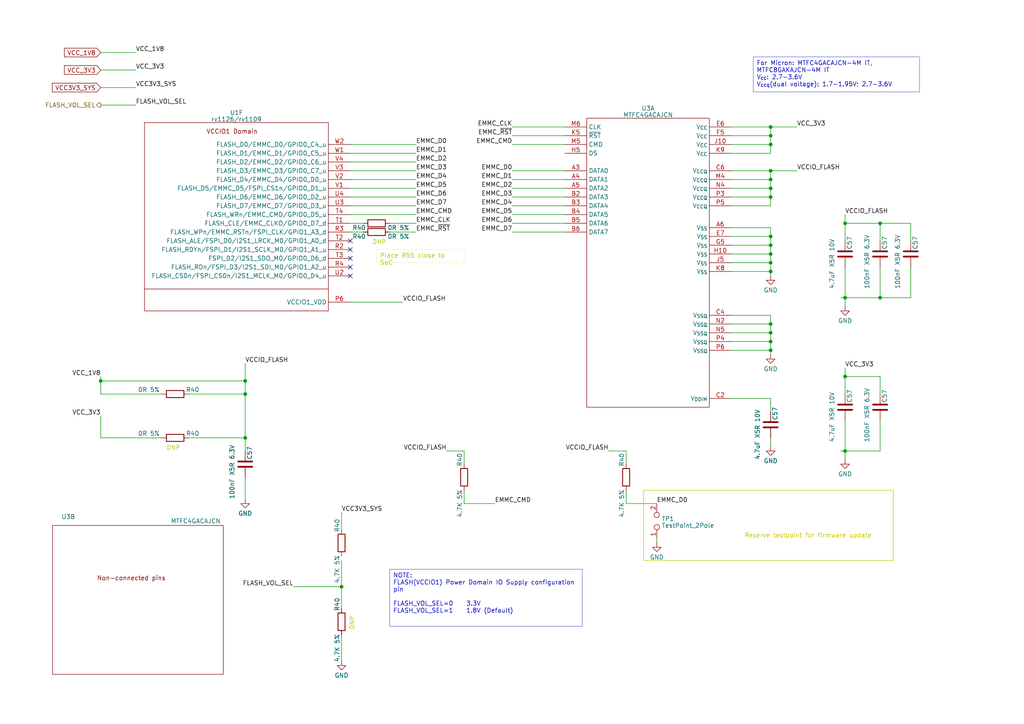
<source format=kicad_sch>
(kicad_sch (version 20230121) (generator eeschema)
  (paper "A4")
  (title_block (title "Leaf RV1126 RK809 eMMC") (date "2023-02-25") (rev "1") (company "Qingdao IotPi Information Technology"))
  (junction (at 223.52 52.07))
  (junction (at 245.11 64.77))
  (junction (at 223.52 68.58))
  (junction (at 99.06 170.18))
  (junction (at 71.12 110.49))
  (junction (at 223.52 41.91))
  (junction (at 71.12 127))
  (junction (at 223.52 49.53))
  (junction (at 223.52 57.15))
  (junction (at 223.52 36.83))
  (junction (at 245.11 86.36))
  (junction (at 223.52 99.06))
  (junction (at 223.52 93.98))
  (junction (at 223.52 101.6))
  (junction (at 29.21 110.49))
  (junction (at 223.52 54.61))
  (junction (at 245.11 109.22))
  (junction (at 223.52 96.52))
  (junction (at 223.52 71.12))
  (junction (at 223.52 73.66))
  (junction (at 223.52 78.74))
  (junction (at 71.12 114.3))
  (junction (at 223.52 76.2))
  (junction (at 245.11 130.81))
  (junction (at 255.27 86.36))
  (junction (at 223.52 39.37))
  (junction (at 255.27 64.77))
  (no_connect (at 101.6 74.93))
  (no_connect (at 101.6 77.47))
  (no_connect (at 101.6 72.39))
  (no_connect (at 101.6 69.85))
  (no_connect (at 101.6 80.01))
  (wire (pts (xy 134.62 130.81) (xy 134.62 134.62)))
  (wire (pts (xy 181.61 130.81) (xy 181.61 134.62)))
  (wire (pts (xy 163.83 41.91) (xy 148.59 41.91)))
  (wire (pts (xy 29.21 127) (xy 46.99 127)))
  (wire (pts (xy 223.52 91.44) (xy 223.52 93.98)))
  (wire (pts (xy 243.84 86.36) (xy 245.11 86.36)))
  (wire (pts (xy 212.09 59.69) (xy 223.52 59.69)))
  (wire (pts (xy 71.12 105.41) (xy 71.12 110.49)))
  (wire (pts (xy 255.27 77.47) (xy 255.27 86.36)))
  (wire (pts (xy 163.83 36.83) (xy 148.59 36.83)))
  (wire (pts (xy 101.6 49.53) (xy 120.65 49.53)))
  (wire (pts (xy 223.52 68.58) (xy 223.52 71.12)))
  (wire (pts (xy 212.09 57.15) (xy 223.52 57.15)))
  (wire (pts (xy 29.21 110.49) (xy 29.21 114.3)))
  (wire (pts (xy 212.09 93.98) (xy 223.52 93.98)))
  (wire (pts (xy 212.09 66.04) (xy 223.52 66.04)))
  (wire (pts (xy 29.21 30.48) (xy 39.37 30.48)))
  (wire (pts (xy 71.12 110.49) (xy 71.12 114.3)))
  (wire (pts (xy 223.52 115.57) (xy 223.52 119.38)))
  (wire (pts (xy 101.6 46.99) (xy 120.65 46.99)))
  (wire (pts (xy 245.11 109.22) (xy 245.11 114.3)))
  (wire (pts (xy 101.6 57.15) (xy 120.65 57.15)))
  (wire (pts (xy 212.09 78.74) (xy 223.52 78.74)))
  (wire (pts (xy 223.52 73.66) (xy 223.52 76.2)))
  (wire (pts (xy 223.52 76.2) (xy 223.52 78.74)))
  (wire (pts (xy 223.52 57.15) (xy 223.52 54.61)))
  (wire (pts (xy 163.83 59.69) (xy 148.59 59.69)))
  (wire (pts (xy 163.83 64.77) (xy 148.59 64.77)))
  (wire (pts (xy 113.03 64.77) (xy 120.65 64.77)))
  (wire (pts (xy 71.12 138.43) (xy 71.12 144.78)))
  (wire (pts (xy 134.62 142.24) (xy 134.62 146.05)))
  (wire (pts (xy 29.21 109.22) (xy 29.21 110.49)))
  (wire (pts (xy 29.21 15.24) (xy 39.37 15.24)))
  (wire (pts (xy 264.16 69.85) (xy 264.16 64.77)))
  (wire (pts (xy 212.09 54.61) (xy 223.52 54.61)))
  (wire (pts (xy 264.16 86.36) (xy 255.27 86.36)))
  (wire (pts (xy 29.21 120.65) (xy 29.21 127)))
  (wire (pts (xy 245.11 62.23) (xy 245.11 64.77)))
  (wire (pts (xy 163.83 39.37) (xy 148.59 39.37)))
  (wire (pts (xy 29.21 114.3) (xy 46.99 114.3)))
  (wire (pts (xy 29.21 20.32) (xy 39.37 20.32)))
  (wire (pts (xy 245.11 121.92) (xy 245.11 130.81)))
  (wire (pts (xy 223.52 101.6) (xy 223.52 102.87)))
  (wire (pts (xy 212.09 44.45) (xy 223.52 44.45)))
  (wire (pts (xy 212.09 73.66) (xy 223.52 73.66)))
  (wire (pts (xy 101.6 67.31) (xy 105.41 67.31)))
  (wire (pts (xy 264.16 77.47) (xy 264.16 86.36)))
  (wire (pts (xy 181.61 146.05) (xy 190.5 146.05)))
  (wire (pts (xy 255.27 64.77) (xy 255.27 69.85)))
  (wire (pts (xy 223.52 127) (xy 223.52 129.54)))
  (wire (pts (xy 212.09 71.12) (xy 223.52 71.12)))
  (wire (pts (xy 223.52 99.06) (xy 223.52 101.6)))
  (wire (pts (xy 223.52 36.83) (xy 231.14 36.83)))
  (wire (pts (xy 255.27 121.92) (xy 255.27 130.81)))
  (wire (pts (xy 223.52 54.61) (xy 223.52 52.07)))
  (wire (pts (xy 245.11 77.47) (xy 245.11 86.36)))
  (wire (pts (xy 212.09 49.53) (xy 223.52 49.53)))
  (wire (pts (xy 134.62 146.05) (xy 143.51 146.05)))
  (wire (pts (xy 223.52 49.53) (xy 231.14 49.53)))
  (wire (pts (xy 212.09 41.91) (xy 223.52 41.91)))
  (wire (pts (xy 245.11 86.36) (xy 245.11 88.9)))
  (wire (pts (xy 163.83 49.53) (xy 148.59 49.53)))
  (wire (pts (xy 101.6 52.07) (xy 120.65 52.07)))
  (wire (pts (xy 223.52 52.07) (xy 223.52 49.53)))
  (wire (pts (xy 223.52 96.52) (xy 223.52 99.06)))
  (wire (pts (xy 29.21 110.49) (xy 71.12 110.49)))
  (wire (pts (xy 176.53 130.81) (xy 181.61 130.81)))
  (wire (pts (xy 101.6 87.63) (xy 116.84 87.63)))
  (wire (pts (xy 212.09 52.07) (xy 223.52 52.07)))
  (wire (pts (xy 223.52 59.69) (xy 223.52 57.15)))
  (wire (pts (xy 101.6 41.91) (xy 120.65 41.91)))
  (wire (pts (xy 245.11 64.77) (xy 245.11 69.85)))
  (wire (pts (xy 99.06 184.15) (xy 99.06 191.77)))
  (wire (pts (xy 212.09 76.2) (xy 223.52 76.2)))
  (wire (pts (xy 255.27 109.22) (xy 255.27 114.3)))
  (wire (pts (xy 255.27 109.22) (xy 245.11 109.22)))
  (wire (pts (xy 163.83 57.15) (xy 148.59 57.15)))
  (wire (pts (xy 223.52 41.91) (xy 223.52 39.37)))
  (wire (pts (xy 243.84 130.81) (xy 245.11 130.81)))
  (wire (pts (xy 245.11 86.36) (xy 255.27 86.36)))
  (wire (pts (xy 212.09 91.44) (xy 223.52 91.44)))
  (wire (pts (xy 163.83 54.61) (xy 148.59 54.61)))
  (wire (pts (xy 212.09 68.58) (xy 223.52 68.58)))
  (wire (pts (xy 99.06 148.59) (xy 99.06 153.67)))
  (wire (pts (xy 223.52 66.04) (xy 223.52 68.58)))
  (wire (pts (xy 85.09 170.18) (xy 99.06 170.18)))
  (wire (pts (xy 129.54 130.81) (xy 134.62 130.81)))
  (wire (pts (xy 163.83 52.07) (xy 148.59 52.07)))
  (wire (pts (xy 212.09 39.37) (xy 223.52 39.37)))
  (wire (pts (xy 212.09 101.6) (xy 223.52 101.6)))
  (wire (pts (xy 101.6 54.61) (xy 120.65 54.61)))
  (wire (pts (xy 101.6 44.45) (xy 120.65 44.45)))
  (wire (pts (xy 71.12 114.3) (xy 71.12 127)))
  (wire (pts (xy 264.16 64.77) (xy 255.27 64.77)))
  (wire (pts (xy 101.6 62.23) (xy 120.65 62.23)))
  (wire (pts (xy 99.06 162.56) (xy 99.06 170.18)))
  (wire (pts (xy 223.52 93.98) (xy 223.52 96.52)))
  (wire (pts (xy 54.61 127) (xy 71.12 127)))
  (wire (pts (xy 245.11 130.81) (xy 245.11 133.35)))
  (wire (pts (xy 255.27 64.77) (xy 245.11 64.77)))
  (wire (pts (xy 113.03 67.31) (xy 120.65 67.31)))
  (wire (pts (xy 223.52 44.45) (xy 223.52 41.91)))
  (wire (pts (xy 223.52 71.12) (xy 223.52 73.66)))
  (wire (pts (xy 163.83 62.23) (xy 148.59 62.23)))
  (wire (pts (xy 245.11 106.68) (xy 245.11 109.22)))
  (wire (pts (xy 212.09 96.52) (xy 223.52 96.52)))
  (wire (pts (xy 181.61 142.24) (xy 181.61 146.05)))
  (wire (pts (xy 101.6 59.69) (xy 120.65 59.69)))
  (wire (pts (xy 190.5 156.21) (xy 190.5 157.48)))
  (wire (pts (xy 101.6 64.77) (xy 105.41 64.77)))
  (wire (pts (xy 163.83 67.31) (xy 148.59 67.31)))
  (wire (pts (xy 212.09 115.57) (xy 223.52 115.57)))
  (wire (pts (xy 245.11 130.81) (xy 255.27 130.81)))
  (wire (pts (xy 99.06 170.18) (xy 99.06 176.53)))
  (wire (pts (xy 54.61 114.3) (xy 71.12 114.3)))
  (wire (pts (xy 212.09 36.83) (xy 223.52 36.83)))
  (wire (pts (xy 71.12 127) (xy 71.12 130.81)))
  (wire (pts (xy 212.09 99.06) (xy 223.52 99.06)))
  (wire (pts (xy 223.52 39.37) (xy 223.52 36.83)))
  (wire (pts (xy 29.21 25.4) (xy 39.37 25.4)))
  (wire (pts (xy 223.52 78.74) (xy 223.52 80.01)))
  (rectangle (start 102.87 63.5) (end 115.57 66.04) (stroke (width 0) (type dot) (color 194 194 0 1)))
  (rectangle (start 186.69 142.24) (end 259.08 162.56) (stroke (width 0) (color 194 194 0 1)))
  (text_box "NOTE:\nFLASH(VCCIO1) Power Domain IO Supply configuration pin\n\nFLASH_VOL_SEL=0    3.3V\nFLASH_VOL_SEL=1    1.8V (Default)" (at 113.03 165.1 0) (size 55.88 16.51) (stroke (width 0.0508)) (effects (font (size 1.27 1.27)) (justify left top)))
  (text_box "Place R55 close to SoC" (at 109.22 72.39 0) (size 25.4 3.81) (stroke (width 0) (type dot) (color 194 194 0 1)) (effects (font (size 1.27 1.27)) (justify left top)))
  (text_box "For Micron: MTFC4GACAJCN-4M IT, MTFC8GAKAJCN-4M IT\nV_{cc}: 2.7-3.6V\nV_{ccq}(dual voltage): 1.7-1.95V; 2.7-3.6V" (at 218.44 16.51 0) (size 48.26 10.16) (stroke (width 0.0508)) (effects (font (size 1.27 1.27)) (justify left top)))
  (text "DNP" (at 107.95 71.12 0) (effects (font (size 1.27 1.27)) (justify left bottom)))
  (text "DNP" (at 102.87 182.88 90) (effects (font (size 1.27 1.27)) (justify left bottom)))
  (text "DNP" (at 48.26 130.81 0) (effects (font (size 1.27 1.27)) (justify left bottom)))
  (text "Reserve testpoint for firmware update" (at 215.9 156.21 0) (effects (font (size 1.27 1.27)) (justify left bottom)))
  (label "EMMC_D1" (at 148.59 52.07 180))
  (label "VCCIO_FLASH" (at 116.84 87.63 0))
  (label "EMMC_CMD" (at 120.65 62.23 0))
  (label "VCC_3V3" (at 29.21 120.65 180))
  (label "EMMC_D1" (at 120.65 44.45 0))
  (label "VCC_1V8" (at 29.21 109.22 180))
  (label "EMMC_D2" (at 148.59 54.61 180))
  (label "FLASH_VOL_SEL" (at 39.37 30.48 0))
  (label "EMMC_CLK" (at 148.59 36.83 180))
  (label "VCCIO_FLASH" (at 245.11 62.23 0))
  (label "EMMC_~{RST}" (at 148.59 39.37 180))
  (label "EMMC_CMD" (at 148.59 41.91 180))
  (label "EMMC_~{RST}" (at 120.65 67.31 0))
  (label "EMMC_D5" (at 120.65 54.61 0))
  (label "EMMC_D4" (at 120.65 52.07 0))
  (label "EMMC_D7" (at 148.59 67.31 180))
  (label "EMMC_CMD" (at 143.51 146.05 0))
  (label "EMMC_D3" (at 120.65 49.53 0))
  (label "EMMC_D6" (at 120.65 57.15 0))
  (label "EMMC_D3" (at 148.59 57.15 180))
  (label "EMMC_D6" (at 148.59 64.77 180))
  (label "EMMC_D2" (at 120.65 46.99 0))
  (label "EMMC_D5" (at 148.59 62.23 180))
  (label "EMMC_D4" (at 148.59 59.69 180))
  (label "FLASH_VOL_SEL" (at 85.09 170.18 180))
  (label "VCC3V3_SYS" (at 99.06 148.59 0))
  (label "VCC_3V3" (at 245.11 106.68 0))
  (label "VCC_3V3" (at 231.14 36.83 0))
  (label "VCC_1V8" (at 39.37 15.24 0))
  (label "EMMC_CLK" (at 120.65 64.77 0))
  (label "EMMC_D0" (at 190.5 146.05 0))
  (label "EMMC_D0" (at 120.65 41.91 0))
  (label "VCCIO_FLASH" (at 129.54 130.81 180))
  (label "EMMC_D0" (at 148.59 49.53 180))
  (label "VCCIO_FLASH" (at 176.53 130.81 180))
  (label "VCCIO_FLASH" (at 71.12 105.41 0))
  (label "VCCIO_FLASH" (at 231.14 49.53 0))
  (label "EMMC_D7" (at 120.65 59.69 0))
  (label "VCC3V3_SYS" (at 39.37 25.4 0))
  (label "VCC_3V3" (at 39.37 20.32 0))
  (global_label "VCC3V3_SYS" (shape input) (at 29.21 25.4 180) (property "Intersheetrefs" "${INTERSHEET_REFS}" (effects hide)))
  (global_label "VCC_3V3" (shape input) (at 29.21 20.32 180) (property "Intersheetrefs" "${INTERSHEET_REFS}" (effects hide)))
  (global_label "VCC_1V8" (shape input) (at 29.21 15.24 180) (property "Intersheetrefs" "${INTERSHEET_REFS}" (effects hide)))
  (hierarchical_label "FLASH_VOL_SEL" (shape output) (at 29.21 30.48 180))
  (symbol (lib_id "Device:R") (at 99.06 157.48 180) (unit 1)
    (property "Reference" "R40" (at 97.79 152.4 90))
    (property "Value" "4.7K 5%" (at 97.79 165.1 90))
    (property "Footprint" "Resistor_SMD:R_0402_1005Metric" (effects hide))
    (instances (project "leaf" (path "" (reference "R40") (unit 1)) (path "" (reference "R44") (unit 1)) (path "" (reference "R14") (unit 1))))
  )
  (symbol (lib_id "power:GND") (at 223.52 102.87 0) (unit 1)
    (property "Reference" "#PWR015" (effects hide))
    (property "Value" "GND" (at 223.52 107.0055 0))
  )
  (symbol (lib_id "Device:C") (at 245.11 73.66 0) (unit 1)
    (property "Reference" "C57" (at 246.38 72.39 90) (effects (justify left)))
    (property "Value" "4.7uF X5R 10V" (at 241.3 83.82 90) (effects (justify left)))
    (property "Footprint" "Capacitor_SMD:C_0402_1005Metric" (effects hide))
    (property "LCSC" "C77004" (effects hide))
    (property "Description" "容值: 4.7uF 精度: ±10% 额定电压: 10V 材质(温度系数): X5R 材质:X5R" (effects hide))
    (property "Model" "GRM155R61A475KEAAD" (effects hide))
    (property "Vendor" "muRata(村田) " (effects hide))
    (instances (project "leaf" (path "" (reference "C57") (unit 1)) (path "" (reference "C59") (unit 1)) (path "" (reference "C84") (unit 1)) (path "" (reference "C90") (unit 1)) (path "" (reference "C100") (unit 1)) (path "" (reference "C8") (unit 1))))
  )
  (symbol (lib_id "power:GND") (at 245.11 133.35 0) (unit 1)
    (property "Reference" "#PWR018" (effects hide))
    (property "Value" "GND" (at 245.11 137.4855 0))
  )
  (symbol (lib_id "Connector:TestPoint_2Pole") (at 190.5 151.13 90) (unit 1)
    (property "Reference" "TP1" (at 191.897 150.4863 90) (effects (justify right)))
    (property "Value" "TestPoint_2Pole" (at 191.897 152.4073 90) (effects (justify right)))
  )
  (symbol (lib_id "Device:R") (at 109.22 67.31 270) (unit 1)
    (property "Reference" "R40" (at 104.14 68.58 90))
    (property "Value" "0R 5%" (at 115.57 68.58 90))
    (property "Footprint" "Resistor_SMD:R_0402_1005Metric" (effects hide))
    (instances (project "leaf" (path "" (reference "R40") (unit 1)) (path "" (reference "R44") (unit 1)) (path "" (reference "R17") (unit 1))))
  )
  (symbol (lib_id "Device:R") (at 50.8 114.3 90) (unit 1) (in_bom no) (on_board no)
    (property "Reference" "R40" (at 55.88 113.03 90))
    (property "Value" "0R 5%" (at 43.18 113.03 90))
    (property "Footprint" "Resistor_SMD:R_0402_1005Metric" (effects hide))
    (instances (project "leaf" (path "" (reference "R40") (unit 1)) (path "" (reference "R44") (unit 1)) (path "" (reference "R12") (unit 1))))
  )
  (symbol (lib_id "Memory_eMMC:MTFC4GACAJCN") (at 38.1 171.45 0) (unit 2)
    (property "Reference" "U3" (at 17.78 149.86 0) (effects (justify left)))
    (property "Value" "MTFC4GACAJCN" (at 49.53 151.13 0) (effects (justify left)))
    (property "Footprint" "Memory_micron:Micron_eMMC_FBGA-153_11.5x13.0mm" (effects hide))
  )
  (symbol (lib_id "power:GND") (at 190.5 157.48 0) (unit 1)
    (property "Reference" "#PWR013" (effects hide))
    (property "Value" "GND" (at 190.5 161.6155 0))
  )
  (symbol (lib_id "power:GND") (at 245.11 88.9 0) (unit 1)
    (property "Reference" "#PWR017" (effects hide))
    (property "Value" "GND" (at 245.11 93.0355 0))
  )
  (symbol (lib_id "Device:R") (at 50.8 127 90) (unit 1) (in_bom no) (on_board no)
    (property "Reference" "R40" (at 55.88 125.73 90))
    (property "Value" "0R 5%" (at 43.18 125.73 90))
    (property "Footprint" "Resistor_SMD:R_0402_1005Metric" (effects hide))
    (instances (project "leaf" (path "" (reference "R40") (unit 1)) (path "" (reference "R44") (unit 1)) (path "" (reference "R13") (unit 1))))
  )
  (symbol (lib_id "power:GND") (at 99.06 191.77 0) (unit 1)
    (property "Reference" "#PWR012" (effects hide))
    (property "Value" "GND" (at 99.06 195.9055 0))
  )
  (symbol (lib_id "Device:R") (at 109.22 64.77 270) (unit 1)
    (property "Reference" "R40" (at 104.14 66.04 90))
    (property "Value" "0R 5%" (at 115.57 66.04 90))
    (property "Footprint" "Resistor_SMD:R_0402_1005Metric" (effects hide))
    (instances (project "leaf" (path "" (reference "R40") (unit 1)) (path "" (reference "R44") (unit 1)) (path "" (reference "R16") (unit 1))))
  )
  (symbol (lib_name "MTFC4GACAJCN_1") (lib_id "Memory_eMMC:MTFC4GACAJCN") (at 187.96 53.34 0) (unit 1)
    (property "Reference" "U3" (at 187.96 31.4071 0))
    (property "Value" "MTFC4GACAJCN" (at 187.96 33.3281 0))
    (property "Footprint" "Memory_micron:Micron_eMMC_FBGA-153_11.5x13.0mm" (effects hide))
  )
  (symbol (lib_id "Device:C") (at 255.27 73.66 0) (unit 1)
    (property "Reference" "C57" (at 256.54 72.39 90) (effects (justify left)))
    (property "Value" "100nF X5R 6.3V" (at 251.46 83.82 90) (effects (justify left)))
    (property "Footprint" "Capacitor_SMD:C_0201_0603Metric" (effects hide))
    (property "Description" "容值: 100nF 精度: ±10% 额定电压: 10V 材质(温度系数): X5R 材质:X5R" (effects hide))
    (property "Model" "GRM033R61A104KE15D" (effects hide))
    (property "Vendor" "muRata(村田)" (effects hide))
    (property "LCSC" "C76934" (effects hide))
    (instances (project "leaf" (path "" (reference "C57") (unit 1)) (path "" (reference "C59") (unit 1)) (path "" (reference "C84") (unit 1)) (path "" (reference "C90") (unit 1)) (path "" (reference "C100") (unit 1)) (path "" (reference "C10") (unit 1))))
  )
  (symbol (lib_id "power:GND") (at 223.52 80.01 0) (unit 1)
    (property "Reference" "#PWR014" (effects hide))
    (property "Value" "GND" (at 223.52 84.1455 0))
  )
  (symbol (lib_id "Device:R") (at 99.06 180.34 180) (unit 1)
    (property "Reference" "R40" (at 97.79 175.26 90))
    (property "Value" "4.7K 5%" (at 97.79 187.96 90))
    (property "Footprint" "Resistor_SMD:R_0402_1005Metric" (effects hide))
    (instances (project "leaf" (path "" (reference "R40") (unit 1)) (path "" (reference "R44") (unit 1)) (path "" (reference "R15") (unit 1))))
  )
  (symbol (lib_id "Device:R") (at 181.61 138.43 180) (unit 1)
    (property "Reference" "R40" (at 180.34 133.35 90))
    (property "Value" "4.7K 5%" (at 180.34 146.05 90))
    (property "Footprint" "Resistor_SMD:R_0402_1005Metric" (effects hide))
    (instances (project "leaf" (path "" (reference "R40") (unit 1)) (path "" (reference "R44") (unit 1)) (path "" (reference "R19") (unit 1))))
  )
  (symbol (lib_id "Device:C") (at 264.16 73.66 0) (unit 1)
    (property "Reference" "C57" (at 265.43 72.39 90) (effects (justify left)))
    (property "Value" "100nF X5R 6.3V" (at 260.35 83.82 90) (effects (justify left)))
    (property "Footprint" "Capacitor_SMD:C_0201_0603Metric" (effects hide))
    (property "Description" "容值: 100nF 精度: ±10% 额定电压: 10V 材质(温度系数): X5R 材质:X5R" (effects hide))
    (property "Model" "GRM033R61A104KE15D" (effects hide))
    (property "Vendor" "muRata(村田)" (effects hide))
    (property "LCSC" "C76934" (effects hide))
    (instances (project "leaf" (path "" (reference "C57") (unit 1)) (path "" (reference "C59") (unit 1)) (path "" (reference "C84") (unit 1)) (path "" (reference "C90") (unit 1)) (path "" (reference "C100") (unit 1)) (path "" (reference "C12") (unit 1))))
  )
  (symbol (lib_id "Device:C") (at 71.12 134.62 0) (unit 1)
    (property "Reference" "C57" (at 72.39 133.35 90) (effects (justify left)))
    (property "Value" "100nF X5R 6.3V" (at 67.31 144.78 90) (effects (justify left)))
    (property "Footprint" "Capacitor_SMD:C_0201_0603Metric" (effects hide))
    (property "Description" "容值: 100nF 精度: ±10% 额定电压: 10V 材质(温度系数): X5R 材质:X5R" (effects hide))
    (property "LCSC" "C76934" (effects hide))
    (property "Model" "GRM033R61A104KE15D" (effects hide))
    (property "Vendor" "muRata(村田)" (effects hide))
    (instances (project "leaf" (path "" (reference "C57") (unit 1)) (path "" (reference "C59") (unit 1)) (path "" (reference "C84") (unit 1)) (path "" (reference "C90") (unit 1)) (path "" (reference "C100") (unit 1)) (path "" (reference "C6") (unit 1))))
  )
  (symbol (lib_id "Device:R") (at 134.62 138.43 180) (unit 1)
    (property "Reference" "R40" (at 133.35 133.35 90))
    (property "Value" "4.7K 5%" (at 133.35 146.05 90))
    (property "Footprint" "Resistor_SMD:R_0402_1005Metric" (effects hide))
    (instances (project "leaf" (path "" (reference "R40") (unit 1)) (path "" (reference "R44") (unit 1)) (path "" (reference "R18") (unit 1))))
  )
  (symbol (lib_id "CPU_Rockchip:rv1126_rv1109") (at 68.58 59.69 0) (unit 6)
    (property "Reference" "U1" (at 68.58 32.6771 0))
    (property "Value" "rv1126/rv1109" (at 68.58 34.5981 0))
    (property "Footprint" "Rockchip_SoC:Rockchip_RV1126_FCCSP409LD_14.0x14.0mm" (effects hide))
  )
  (symbol (lib_id "Device:C") (at 245.11 118.11 0) (unit 1)
    (property "Reference" "C57" (at 246.38 116.84 90) (effects (justify left)))
    (property "Value" "4.7uF X5R 10V" (at 241.3 128.27 90) (effects (justify left)))
    (property "Footprint" "Capacitor_SMD:C_0402_1005Metric" (effects hide))
    (property "Description" "容值: 4.7uF 精度: ±10% 额定电压: 10V 材质(温度系数): X5R 材质:X5R" (effects hide))
    (property "LCSC" "C77004" (effects hide))
    (property "Model" "GRM155R61A475KEAAD" (effects hide))
    (property "Vendor" "muRata(村田) " (effects hide))
    (instances (project "leaf" (path "" (reference "C57") (unit 1)) (path "" (reference "C59") (unit 1)) (path "" (reference "C84") (unit 1)) (path "" (reference "C90") (unit 1)) (path "" (reference "C100") (unit 1)) (path "" (reference "C9") (unit 1))))
  )
  (symbol (lib_id "Device:C") (at 255.27 118.11 0) (unit 1)
    (property "Reference" "C57" (at 256.54 116.84 90) (effects (justify left)))
    (property "Value" "100nF X5R 6.3V" (at 251.46 128.27 90) (effects (justify left)))
    (property "Footprint" "Capacitor_SMD:C_0201_0603Metric" (effects hide))
    (property "Description" "容值: 100nF 精度: ±10% 额定电压: 10V 材质(温度系数): X5R 材质:X5R" (effects hide))
    (property "Model" "GRM033R61A104KE15D" (effects hide))
    (property "Vendor" "muRata(村田)" (effects hide))
    (property "LCSC" "C76934" (effects hide))
    (instances (project "leaf" (path "" (reference "C57") (unit 1)) (path "" (reference "C59") (unit 1)) (path "" (reference "C84") (unit 1)) (path "" (reference "C90") (unit 1)) (path "" (reference "C100") (unit 1)) (path "" (reference "C11") (unit 1))))
  )
  (symbol (lib_id "power:GND") (at 223.52 129.54 0) (unit 1)
    (property "Reference" "#PWR016" (effects hide))
    (property "Value" "GND" (at 223.52 133.6755 0))
  )
  (symbol (lib_id "power:GND") (at 71.12 144.78 0) (unit 1)
    (property "Reference" "#PWR011" (effects hide))
    (property "Value" "GND" (at 71.12 148.9155 0))
  )
  (symbol (lib_id "Device:C") (at 223.52 123.19 0) (unit 1)
    (property "Reference" "C57" (at 224.79 121.92 90) (effects (justify left)))
    (property "Value" "4.7uF X5R 10V" (at 219.71 133.35 90) (effects (justify left)))
    (property "Footprint" "Capacitor_SMD:C_0402_1005Metric" (effects hide))
    (property "Description" "容值: 4.7uF 精度: ±10% 额定电压: 10V 材质(温度系数): X5R 材质:X5R" (effects hide))
    (property "LCSC" "C77004" (effects hide))
    (property "Model" "GRM155R61A475KEAAD" (effects hide))
    (property "Vendor" "muRata(村田) " (effects hide))
    (instances (project "leaf" (path "" (reference "C57") (unit 1)) (path "" (reference "C59") (unit 1)) (path "" (reference "C84") (unit 1)) (path "" (reference "C90") (unit 1)) (path "" (reference "C100") (unit 1)) (path "" (reference "C7") (unit 1))))
  )
)
</source>
